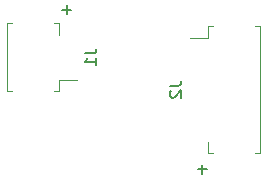
<source format=gbr>
G04 #@! TF.GenerationSoftware,KiCad,Pcbnew,(5.1.5)-3*
G04 #@! TF.CreationDate,2020-03-19T11:24:29+02:00*
G04 #@! TF.ProjectId,LeftPanel,4c656674-5061-46e6-956c-2e6b69636164,rev?*
G04 #@! TF.SameCoordinates,Original*
G04 #@! TF.FileFunction,Legend,Bot*
G04 #@! TF.FilePolarity,Positive*
%FSLAX46Y46*%
G04 Gerber Fmt 4.6, Leading zero omitted, Abs format (unit mm)*
G04 Created by KiCad (PCBNEW (5.1.5)-3) date 2020-03-19 11:24:29*
%MOMM*%
%LPD*%
G04 APERTURE LIST*
%ADD10C,0.150000*%
%ADD11C,0.120000*%
G04 APERTURE END LIST*
D10*
X81821428Y-165369047D02*
X81821428Y-166130952D01*
X82202380Y-165750000D02*
X81440476Y-165750000D01*
X70321428Y-151869047D02*
X70321428Y-152630952D01*
X70702380Y-152250000D02*
X69940476Y-152250000D01*
D11*
X69260000Y-159110000D02*
X69710000Y-159110000D01*
X69710000Y-159110000D02*
X69710000Y-158160000D01*
X69710000Y-158160000D02*
X71200000Y-158160000D01*
X69260000Y-153390000D02*
X69710000Y-153390000D01*
X69710000Y-153390000D02*
X69710000Y-154340000D01*
X65740000Y-159110000D02*
X65290000Y-159110000D01*
X65290000Y-159110000D02*
X65290000Y-153390000D01*
X65290000Y-153390000D02*
X65740000Y-153390000D01*
X82740000Y-153640000D02*
X82290000Y-153640000D01*
X82290000Y-153640000D02*
X82290000Y-154590000D01*
X82290000Y-154590000D02*
X80800000Y-154590000D01*
X82740000Y-164360000D02*
X82290000Y-164360000D01*
X82290000Y-164360000D02*
X82290000Y-163410000D01*
X86260000Y-153640000D02*
X86710000Y-153640000D01*
X86710000Y-153640000D02*
X86710000Y-164360000D01*
X86710000Y-164360000D02*
X86260000Y-164360000D01*
D10*
X71852380Y-155916666D02*
X72566666Y-155916666D01*
X72709523Y-155869047D01*
X72804761Y-155773809D01*
X72852380Y-155630952D01*
X72852380Y-155535714D01*
X72852380Y-156916666D02*
X72852380Y-156345238D01*
X72852380Y-156630952D02*
X71852380Y-156630952D01*
X71995238Y-156535714D01*
X72090476Y-156440476D01*
X72138095Y-156345238D01*
X79052380Y-158666666D02*
X79766666Y-158666666D01*
X79909523Y-158619047D01*
X80004761Y-158523809D01*
X80052380Y-158380952D01*
X80052380Y-158285714D01*
X79147619Y-159095238D02*
X79100000Y-159142857D01*
X79052380Y-159238095D01*
X79052380Y-159476190D01*
X79100000Y-159571428D01*
X79147619Y-159619047D01*
X79242857Y-159666666D01*
X79338095Y-159666666D01*
X79480952Y-159619047D01*
X80052380Y-159047619D01*
X80052380Y-159666666D01*
M02*

</source>
